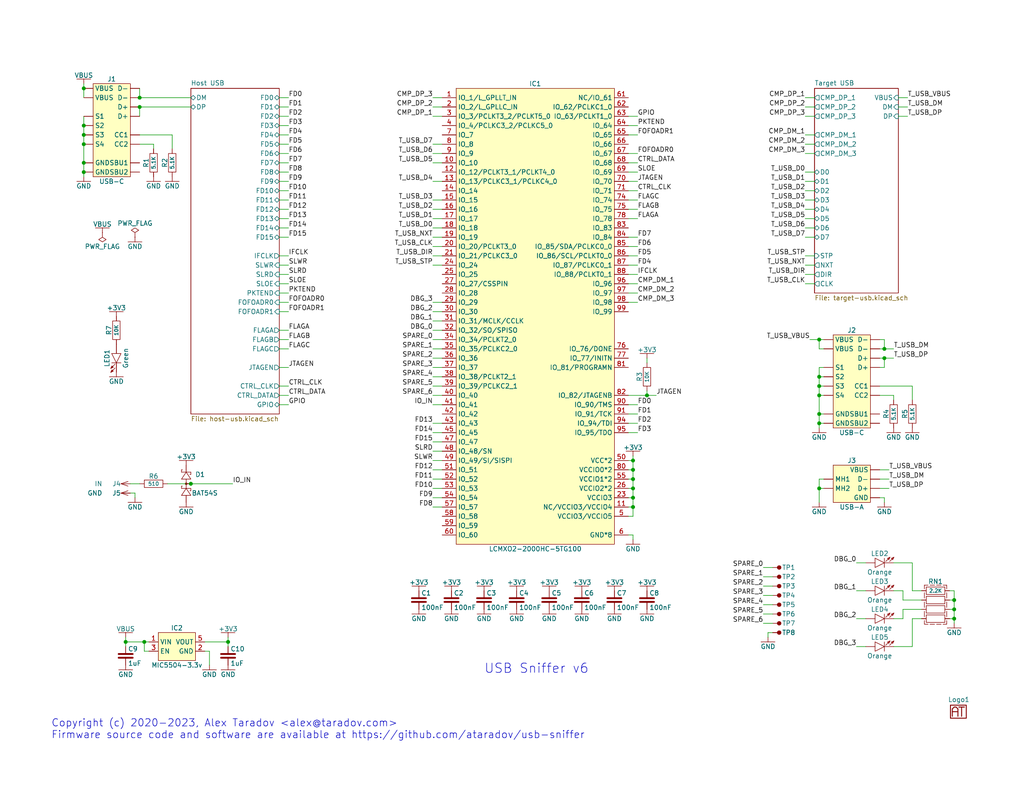
<source format=kicad_sch>
(kicad_sch (version 20230121) (generator eeschema)
  (paper "USLetter")
  (title_block (date "2023-06-16") (rev "6"))
  (junction (at 52.07 132.08))
  (junction (at 223.52 133.35))
  (junction (at 176.53 107.95))
  (junction (at 172.72 130.81))
  (junction (at 22.86 24.13))
  (junction (at 22.86 36.83))
  (junction (at 172.72 128.27))
  (junction (at 172.72 125.73))
  (junction (at 22.86 44.45))
  (junction (at 241.3 95.25))
  (junction (at 260.35 168.91))
  (junction (at 260.35 166.37))
  (junction (at 22.86 46.99))
  (junction (at 241.3 97.79))
  (junction (at 223.52 105.41))
  (junction (at 172.72 133.35))
  (junction (at 223.52 115.57))
  (junction (at 260.35 163.83))
  (junction (at 38.1 29.21))
  (junction (at 62.23 175.26))
  (junction (at 39.37 175.26))
  (junction (at 34.29 175.26))
  (junction (at 223.52 102.87))
  (junction (at 22.86 39.37))
  (junction (at 223.52 113.03))
  (junction (at 22.86 34.29))
  (junction (at 38.1 26.67))
  (junction (at 172.72 138.43))
  (junction (at 223.52 92.71))
  (junction (at 223.52 107.95))
  (junction (at 172.72 135.89))
  (wire (pts (xy 171.45 82.55) (xy 173.99 82.55)))
  (wire (pts (xy 34.29 176.53) (xy 34.29 175.26)))
  (wire (pts (xy 171.45 80.01) (xy 173.99 80.01)))
  (wire (pts (xy 171.45 36.83) (xy 173.99 36.83)))
  (wire (pts (xy 171.45 54.61) (xy 173.99 54.61)))
  (wire (pts (xy 223.52 92.71) (xy 223.52 95.25)))
  (wire (pts (xy 223.52 92.71) (xy 224.79 92.71)))
  (wire (pts (xy 172.72 125.73) (xy 172.72 128.27)))
  (wire (pts (xy 78.74 74.93) (xy 76.2 74.93)))
  (wire (pts (xy 171.45 133.35) (xy 172.72 133.35)))
  (wire (pts (xy 259.08 161.29) (xy 260.35 161.29)))
  (wire (pts (xy 248.92 176.53) (xy 248.92 168.91)))
  (wire (pts (xy 241.3 97.79) (xy 243.84 97.79)))
  (wire (pts (xy 219.71 52.07) (xy 222.25 52.07)))
  (wire (pts (xy 76.2 52.07) (xy 78.74 52.07)))
  (wire (pts (xy 22.86 34.29) (xy 22.86 36.83)))
  (wire (pts (xy 38.1 24.13) (xy 38.1 26.67)))
  (wire (pts (xy 76.2 107.95) (xy 78.74 107.95)))
  (wire (pts (xy 171.45 74.93) (xy 173.99 74.93)))
  (wire (pts (xy 118.11 102.87) (xy 120.65 102.87)))
  (wire (pts (xy 171.45 49.53) (xy 173.99 49.53)))
  (wire (pts (xy 22.86 44.45) (xy 22.86 46.99)))
  (wire (pts (xy 118.11 118.11) (xy 120.65 118.11)))
  (wire (pts (xy 118.11 54.61) (xy 120.65 54.61)))
  (wire (pts (xy 224.79 100.33) (xy 223.52 100.33)))
  (wire (pts (xy 243.84 107.95) (xy 243.84 109.22)))
  (wire (pts (xy 208.28 170.18) (xy 210.82 170.18)))
  (wire (pts (xy 219.71 39.37) (xy 222.25 39.37)))
  (wire (pts (xy 118.11 105.41) (xy 120.65 105.41)))
  (wire (pts (xy 208.28 154.94) (xy 210.82 154.94)))
  (wire (pts (xy 246.38 163.83) (xy 251.46 163.83)))
  (wire (pts (xy 219.71 46.99) (xy 222.25 46.99)))
  (wire (pts (xy 57.15 181.61) (xy 57.15 177.8)))
  (wire (pts (xy 171.45 128.27) (xy 172.72 128.27)))
  (wire (pts (xy 76.2 49.53) (xy 78.74 49.53)))
  (wire (pts (xy 240.03 97.79) (xy 241.3 97.79)))
  (wire (pts (xy 118.11 123.19) (xy 120.65 123.19)))
  (wire (pts (xy 76.2 77.47) (xy 78.74 77.47)))
  (wire (pts (xy 35.56 134.62) (xy 36.83 134.62)))
  (wire (pts (xy 172.72 133.35) (xy 172.72 135.89)))
  (wire (pts (xy 78.74 95.25) (xy 76.2 95.25)))
  (wire (pts (xy 76.2 105.41) (xy 78.74 105.41)))
  (wire (pts (xy 246.38 161.29) (xy 246.38 163.83)))
  (wire (pts (xy 246.38 166.37) (xy 251.46 166.37)))
  (wire (pts (xy 118.11 31.75) (xy 120.65 31.75)))
  (wire (pts (xy 223.52 133.35) (xy 224.79 133.35)))
  (wire (pts (xy 76.2 100.33) (xy 78.74 100.33)))
  (wire (pts (xy 219.71 57.15) (xy 222.25 57.15)))
  (wire (pts (xy 240.03 107.95) (xy 243.84 107.95)))
  (wire (pts (xy 34.29 175.26) (xy 39.37 175.26)))
  (wire (pts (xy 171.45 31.75) (xy 173.99 31.75)))
  (wire (pts (xy 171.45 113.03) (xy 173.99 113.03)))
  (wire (pts (xy 118.11 135.89) (xy 120.65 135.89)))
  (wire (pts (xy 171.45 115.57) (xy 173.99 115.57)))
  (wire (pts (xy 171.45 46.99) (xy 173.99 46.99)))
  (wire (pts (xy 118.11 107.95) (xy 120.65 107.95)))
  (wire (pts (xy 118.11 72.39) (xy 120.65 72.39)))
  (wire (pts (xy 171.45 135.89) (xy 172.72 135.89)))
  (wire (pts (xy 41.91 39.37) (xy 41.91 40.64)))
  (wire (pts (xy 171.45 107.95) (xy 176.53 107.95)))
  (wire (pts (xy 39.37 175.26) (xy 39.37 177.8)))
  (wire (pts (xy 76.2 34.29) (xy 78.74 34.29)))
  (wire (pts (xy 219.71 64.77) (xy 222.25 64.77)))
  (wire (pts (xy 219.71 69.85) (xy 222.25 69.85)))
  (wire (pts (xy 240.03 100.33) (xy 241.3 100.33)))
  (wire (pts (xy 243.84 161.29) (xy 246.38 161.29)))
  (wire (pts (xy 223.52 115.57) (xy 224.79 115.57)))
  (wire (pts (xy 209.55 173.99) (xy 209.55 172.72)))
  (wire (pts (xy 118.11 125.73) (xy 120.65 125.73)))
  (wire (pts (xy 223.52 107.95) (xy 223.52 113.03)))
  (wire (pts (xy 118.11 133.35) (xy 120.65 133.35)))
  (wire (pts (xy 245.11 29.21) (xy 247.65 29.21)))
  (wire (pts (xy 171.45 34.29) (xy 173.99 34.29)))
  (wire (pts (xy 171.45 59.69) (xy 173.99 59.69)))
  (wire (pts (xy 118.11 59.69) (xy 120.65 59.69)))
  (wire (pts (xy 209.55 172.72) (xy 210.82 172.72)))
  (wire (pts (xy 176.53 106.68) (xy 176.53 107.95)))
  (wire (pts (xy 243.84 168.91) (xy 246.38 168.91)))
  (wire (pts (xy 118.11 128.27) (xy 120.65 128.27)))
  (wire (pts (xy 224.79 130.81) (xy 223.52 130.81)))
  (wire (pts (xy 118.11 41.91) (xy 120.65 41.91)))
  (wire (pts (xy 171.45 130.81) (xy 172.72 130.81)))
  (wire (pts (xy 118.11 110.49) (xy 120.65 110.49)))
  (wire (pts (xy 240.03 105.41) (xy 248.92 105.41)))
  (wire (pts (xy 118.11 67.31) (xy 120.65 67.31)))
  (wire (pts (xy 40.64 177.8) (xy 39.37 177.8)))
  (wire (pts (xy 172.72 146.05) (xy 172.72 147.32)))
  (wire (pts (xy 219.71 62.23) (xy 222.25 62.23)))
  (wire (pts (xy 118.11 44.45) (xy 120.65 44.45)))
  (wire (pts (xy 219.71 54.61) (xy 222.25 54.61)))
  (wire (pts (xy 76.2 64.77) (xy 78.74 64.77)))
  (wire (pts (xy 118.11 39.37) (xy 120.65 39.37)))
  (wire (pts (xy 172.72 135.89) (xy 172.72 138.43)))
  (wire (pts (xy 76.2 41.91) (xy 78.74 41.91)))
  (wire (pts (xy 78.74 92.71) (xy 76.2 92.71)))
  (wire (pts (xy 118.11 87.63) (xy 120.65 87.63)))
  (wire (pts (xy 171.45 67.31) (xy 173.99 67.31)))
  (wire (pts (xy 223.52 130.81) (xy 223.52 133.35)))
  (wire (pts (xy 248.92 161.29) (xy 251.46 161.29)))
  (wire (pts (xy 76.2 36.83) (xy 78.74 36.83)))
  (wire (pts (xy 208.28 162.56) (xy 210.82 162.56)))
  (wire (pts (xy 62.23 176.53) (xy 62.23 175.26)))
  (wire (pts (xy 208.28 157.48) (xy 210.82 157.48)))
  (wire (pts (xy 248.92 153.67) (xy 248.92 161.29)))
  (wire (pts (xy 55.88 177.8) (xy 57.15 177.8)))
  (wire (pts (xy 76.2 110.49) (xy 78.74 110.49)))
  (wire (pts (xy 171.45 140.97) (xy 172.72 140.97)))
  (wire (pts (xy 78.74 90.17) (xy 76.2 90.17)))
  (wire (pts (xy 171.45 44.45) (xy 173.99 44.45)))
  (wire (pts (xy 118.11 69.85) (xy 120.65 69.85)))
  (wire (pts (xy 171.45 118.11) (xy 173.99 118.11)))
  (wire (pts (xy 118.11 62.23) (xy 120.65 62.23)))
  (wire (pts (xy 38.1 36.83) (xy 46.99 36.83)))
  (wire (pts (xy 240.03 92.71) (xy 241.3 92.71)))
  (wire (pts (xy 38.1 26.67) (xy 52.07 26.67)))
  (wire (pts (xy 118.11 64.77) (xy 120.65 64.77)))
  (wire (pts (xy 208.28 160.02) (xy 210.82 160.02)))
  (wire (pts (xy 248.92 168.91) (xy 251.46 168.91)))
  (wire (pts (xy 118.11 120.65) (xy 120.65 120.65)))
  (wire (pts (xy 246.38 168.91) (xy 246.38 166.37)))
  (wire (pts (xy 46.99 36.83) (xy 46.99 40.64)))
  (wire (pts (xy 223.52 113.03) (xy 223.52 115.57)))
  (wire (pts (xy 241.3 95.25) (xy 243.84 95.25)))
  (wire (pts (xy 118.11 115.57) (xy 120.65 115.57)))
  (wire (pts (xy 171.45 41.91) (xy 173.99 41.91)))
  (wire (pts (xy 36.83 134.62) (xy 36.83 135.89)))
  (wire (pts (xy 219.71 49.53) (xy 222.25 49.53)))
  (wire (pts (xy 171.45 77.47) (xy 173.99 77.47)))
  (wire (pts (xy 171.45 69.85) (xy 173.99 69.85)))
  (wire (pts (xy 219.71 41.91) (xy 222.25 41.91)))
  (wire (pts (xy 219.71 31.75) (xy 222.25 31.75)))
  (wire (pts (xy 76.2 85.09) (xy 78.74 85.09)))
  (wire (pts (xy 176.53 107.95) (xy 179.07 107.95)))
  (wire (pts (xy 38.1 29.21) (xy 52.07 29.21)))
  (wire (pts (xy 223.52 95.25) (xy 224.79 95.25)))
  (wire (pts (xy 219.71 36.83) (xy 222.25 36.83)))
  (wire (pts (xy 76.2 80.01) (xy 78.74 80.01)))
  (wire (pts (xy 260.35 161.29) (xy 260.35 163.83)))
  (wire (pts (xy 171.45 72.39) (xy 173.99 72.39)))
  (wire (pts (xy 118.11 97.79) (xy 120.65 97.79)))
  (wire (pts (xy 171.45 64.77) (xy 173.99 64.77)))
  (wire (pts (xy 76.2 59.69) (xy 78.74 59.69)))
  (wire (pts (xy 219.71 29.21) (xy 222.25 29.21)))
  (wire (pts (xy 240.03 135.89) (xy 241.3 135.89)))
  (wire (pts (xy 76.2 39.37) (xy 78.74 39.37)))
  (wire (pts (xy 172.72 128.27) (xy 172.72 130.81)))
  (wire (pts (xy 240.03 130.81) (xy 242.57 130.81)))
  (wire (pts (xy 223.52 102.87) (xy 224.79 102.87)))
  (wire (pts (xy 34.29 173.99) (xy 34.29 175.26)))
  (wire (pts (xy 22.86 46.99) (xy 22.86 48.26)))
  (wire (pts (xy 76.2 29.21) (xy 78.74 29.21)))
  (wire (pts (xy 259.08 163.83) (xy 260.35 163.83)))
  (wire (pts (xy 118.11 90.17) (xy 120.65 90.17)))
  (wire (pts (xy 118.11 138.43) (xy 120.65 138.43)))
  (wire (pts (xy 118.11 82.55) (xy 120.65 82.55)))
  (wire (pts (xy 220.98 92.71) (xy 223.52 92.71)))
  (wire (pts (xy 78.74 69.85) (xy 76.2 69.85)))
  (wire (pts (xy 76.2 44.45) (xy 78.74 44.45)))
  (wire (pts (xy 76.2 46.99) (xy 78.74 46.99)))
  (wire (pts (xy 233.68 168.91) (xy 236.22 168.91)))
  (wire (pts (xy 233.68 153.67) (xy 236.22 153.67)))
  (wire (pts (xy 172.72 124.46) (xy 172.72 125.73)))
  (wire (pts (xy 171.45 57.15) (xy 173.99 57.15)))
  (wire (pts (xy 219.71 59.69) (xy 222.25 59.69)))
  (wire (pts (xy 171.45 138.43) (xy 172.72 138.43)))
  (wire (pts (xy 118.11 130.81) (xy 120.65 130.81)))
  (wire (pts (xy 118.11 29.21) (xy 120.65 29.21)))
  (wire (pts (xy 223.52 115.57) (xy 223.52 116.84)))
  (wire (pts (xy 241.3 97.79) (xy 241.3 100.33)))
  (wire (pts (xy 240.03 95.25) (xy 241.3 95.25)))
  (wire (pts (xy 223.52 107.95) (xy 224.79 107.95)))
  (wire (pts (xy 22.86 24.13) (xy 22.86 26.67)))
  (wire (pts (xy 171.45 125.73) (xy 172.72 125.73)))
  (wire (pts (xy 241.3 92.71) (xy 241.3 95.25)))
  (wire (pts (xy 171.45 146.05) (xy 172.72 146.05)))
  (wire (pts (xy 260.35 168.91) (xy 259.08 168.91)))
  (wire (pts (xy 76.2 54.61) (xy 78.74 54.61)))
  (wire (pts (xy 76.2 57.15) (xy 78.74 57.15)))
  (wire (pts (xy 219.71 74.93) (xy 222.25 74.93)))
  (wire (pts (xy 223.52 102.87) (xy 223.52 105.41)))
  (wire (pts (xy 76.2 82.55) (xy 78.74 82.55)))
  (wire (pts (xy 55.88 175.26) (xy 62.23 175.26)))
  (wire (pts (xy 38.1 29.21) (xy 38.1 31.75)))
  (wire (pts (xy 118.11 49.53) (xy 120.65 49.53)))
  (wire (pts (xy 172.72 130.81) (xy 172.72 133.35)))
  (wire (pts (xy 223.52 133.35) (xy 223.52 137.16)))
  (wire (pts (xy 172.72 138.43) (xy 172.72 140.97)))
  (wire (pts (xy 118.11 100.33) (xy 120.65 100.33)))
  (wire (pts (xy 243.84 153.67) (xy 248.92 153.67)))
  (wire (pts (xy 243.84 176.53) (xy 248.92 176.53)))
  (wire (pts (xy 118.11 57.15) (xy 120.65 57.15)))
  (wire (pts (xy 171.45 52.07) (xy 173.99 52.07)))
  (wire (pts (xy 76.2 62.23) (xy 78.74 62.23)))
  (wire (pts (xy 219.71 26.67) (xy 222.25 26.67)))
  (wire (pts (xy 22.86 36.83) (xy 22.86 39.37)))
  (wire (pts (xy 118.11 92.71) (xy 120.65 92.71)))
  (wire (pts (xy 223.52 105.41) (xy 223.52 107.95)))
  (wire (pts (xy 52.07 132.08) (xy 63.5 132.08)))
  (wire (pts (xy 62.23 173.99) (xy 62.23 175.26)))
  (wire (pts (xy 219.71 77.47) (xy 222.25 77.47)))
  (wire (pts (xy 38.1 39.37) (xy 41.91 39.37)))
  (wire (pts (xy 248.92 105.41) (xy 248.92 109.22)))
  (wire (pts (xy 22.86 39.37) (xy 22.86 44.45)))
  (wire (pts (xy 118.11 26.67) (xy 120.65 26.67)))
  (wire (pts (xy 223.52 113.03) (xy 224.79 113.03)))
  (wire (pts (xy 35.56 132.08) (xy 38.1 132.08)))
  (wire (pts (xy 245.11 26.67) (xy 247.65 26.67)))
  (wire (pts (xy 118.11 95.25) (xy 120.65 95.25)))
  (wire (pts (xy 219.71 72.39) (xy 222.25 72.39)))
  (wire (pts (xy 78.74 72.39) (xy 76.2 72.39)))
  (wire (pts (xy 260.35 166.37) (xy 260.35 168.91)))
  (wire (pts (xy 260.35 168.91) (xy 260.35 170.18)))
  (wire (pts (xy 208.28 167.64) (xy 210.82 167.64)))
  (wire (pts (xy 118.11 85.09) (xy 120.65 85.09)))
  (wire (pts (xy 240.03 133.35) (xy 242.57 133.35)))
  (wire (pts (xy 259.08 166.37) (xy 260.35 166.37)))
  (wire (pts (xy 22.86 31.75) (xy 22.86 34.29)))
  (wire (pts (xy 171.45 110.49) (xy 173.99 110.49)))
  (wire (pts (xy 76.2 31.75) (xy 78.74 31.75)))
  (wire (pts (xy 45.72 132.08) (xy 52.07 132.08)))
  (wire (pts (xy 260.35 163.83) (xy 260.35 166.37)))
  (wire (pts (xy 223.52 100.33) (xy 223.52 102.87)))
  (wire (pts (xy 176.53 97.79) (xy 176.53 99.06)))
  (wire (pts (xy 240.03 128.27) (xy 242.57 128.27)))
  (wire (pts (xy 233.68 176.53) (xy 236.22 176.53)))
  (wire (pts (xy 76.2 26.67) (xy 78.74 26.67)))
  (wire (pts (xy 22.86 22.86) (xy 22.86 24.13)))
  (wire (pts (xy 233.68 161.29) (xy 236.22 161.29)))
  (wire (pts (xy 241.3 137.16) (xy 241.3 135.89)))
  (wire (pts (xy 223.52 105.41) (xy 224.79 105.41)))
  (wire (pts (xy 245.11 31.75) (xy 247.65 31.75)))
  (wire (pts (xy 39.37 175.26) (xy 40.64 175.26)))
  (wire (pts (xy 208.28 165.1) (xy 210.82 165.1)))
  (text "Copyright (c) 2020-2023, Alex Taradov <alex@taradov.com>\nFirmware source code and software are available at https://github.com/ataradov/usb-sniffer" (at 13.97 201.93 0) (effects (font (size 2 2)) (justify left bottom)))
  (text "USB Sniffer v6" (at 132.08 184.15 0) (effects (font (size 2.54 2.54)) (justify left bottom)))
  (label "FLAGC" (at 173.99 54.61 0))
  (label "SLRD" (at 78.74 74.93 0))
  (label "FD14" (at 118.11 118.11 180))
  (label "FD10" (at 78.74 52.07 0))
  (label "T_USB_VBUS" (at 220.98 92.71 180))
  (label "T_USB_CLK" (at 118.11 67.31 180))
  (label "CMP_DM_1" (at 173.99 77.47 0))
  (label "T_USB_D3" (at 118.11 54.61 180))
  (label "T_USB_STP" (at 118.11 72.39 180))
  (label "FD15" (at 78.74 64.77 0))
  (label "IO_IN" (at 118.11 110.49 180))
  (label "FD12" (at 78.74 57.15 0))
  (label "T_USB_D6" (at 219.71 62.23 180))
  (label "FD6" (at 78.74 41.91 0))
  (label "JTAGEN" (at 173.99 49.53 0))
  (label "IO_IN" (at 63.5 132.08 0))
  (label "CMP_DM_3" (at 173.99 82.55 0))
  (label "FD10" (at 118.11 133.35 180))
  (label "T_USB_D7" (at 118.11 39.37 180))
  (label "FD0" (at 78.74 26.67 0))
  (label "FD11" (at 118.11 130.81 180))
  (label "FD1" (at 173.99 113.03 0))
  (label "T_USB_CLK" (at 219.71 77.47 180))
  (label "DBG_1" (at 233.68 161.29 180))
  (label "FD2" (at 78.74 31.75 0))
  (label "SLWR" (at 78.74 72.39 0))
  (label "IFCLK" (at 173.99 74.93 0))
  (label "FLAGC" (at 78.74 95.25 0))
  (label "IFCLK" (at 78.74 69.85 0))
  (label "SPARE_2" (at 208.28 160.02 180))
  (label "T_USB_D2" (at 219.71 52.07 180))
  (label "CMP_DP_3" (at 219.71 31.75 180))
  (label "CMP_DP_3" (at 118.11 26.67 180))
  (label "FD7" (at 173.99 64.77 0))
  (label "T_USB_D3" (at 219.71 54.61 180))
  (label "FD3" (at 173.99 118.11 0))
  (label "FD9" (at 78.74 49.53 0))
  (label "CMP_DM_1" (at 219.71 36.83 180))
  (label "T_USB_D0" (at 219.71 46.99 180))
  (label "FD6" (at 173.99 67.31 0))
  (label "CMP_DM_2" (at 219.71 39.37 180))
  (label "T_USB_D7" (at 219.71 64.77 180))
  (label "SPARE_4" (at 118.11 102.87 180))
  (label "T_USB_NXT" (at 219.71 72.39 180))
  (label "T_USB_D4" (at 118.11 49.53 180))
  (label "T_USB_DP" (at 247.65 31.75 0))
  (label "T_USB_DIR" (at 118.11 69.85 180))
  (label "FOFOADR1" (at 173.99 36.83 0))
  (label "T_USB_DP" (at 243.84 97.79 0))
  (label "SPARE_5" (at 118.11 105.41 180))
  (label "T_USB_D1" (at 219.71 49.53 180))
  (label "T_USB_D1" (at 118.11 59.69 180))
  (label "FD3" (at 78.74 34.29 0))
  (label "T_USB_DP" (at 242.57 133.35 0))
  (label "FD11" (at 78.74 54.61 0))
  (label "DBG_3" (at 118.11 82.55 180))
  (label "FD2" (at 173.99 115.57 0))
  (label "FD15" (at 118.11 120.65 180))
  (label "FD12" (at 118.11 128.27 180))
  (label "SLWR" (at 118.11 125.73 180))
  (label "T_USB_D4" (at 219.71 57.15 180))
  (label "FD13" (at 78.74 59.69 0))
  (label "T_USB_DM" (at 243.84 95.25 0))
  (label "FD8" (at 118.11 138.43 180))
  (label "JTAGEN" (at 78.74 100.33 0))
  (label "SPARE_5" (at 208.28 167.64 180))
  (label "SPARE_1" (at 208.28 157.48 180))
  (label "FD13" (at 118.11 115.57 180))
  (label "SPARE_2" (at 118.11 97.79 180))
  (label "FD9" (at 118.11 135.89 180))
  (label "SPARE_1" (at 118.11 95.25 180))
  (label "T_USB_VBUS" (at 242.57 128.27 0))
  (label "FLAGB" (at 173.99 57.15 0))
  (label "FLAGB" (at 78.74 92.71 0))
  (label "PKTEND" (at 78.74 80.01 0))
  (label "FD5" (at 78.74 39.37 0))
  (label "GPIO" (at 78.74 110.49 0))
  (label "FLAGA" (at 78.74 90.17 0))
  (label "CMP_DP_1" (at 118.11 31.75 180))
  (label "FOFOADR1" (at 78.74 85.09 0))
  (label "FD14" (at 78.74 62.23 0))
  (label "DBG_2" (at 233.68 168.91 180))
  (label "GPIO" (at 173.99 31.75 0))
  (label "DBG_3" (at 233.68 176.53 180))
  (label "CMP_DP_2" (at 219.71 29.21 180))
  (label "CMP_DM_2" (at 173.99 80.01 0))
  (label "FD5" (at 173.99 69.85 0))
  (label "FD4" (at 78.74 36.83 0))
  (label "FOFOADR0" (at 173.99 41.91 0))
  (label "T_USB_D5" (at 118.11 44.45 180))
  (label "DBG_0" (at 233.68 153.67 180))
  (label "SPARE_0" (at 208.28 154.94 180))
  (label "FOFOADR0" (at 78.74 82.55 0))
  (label "T_USB_DIR" (at 219.71 74.93 180))
  (label "T_USB_DM" (at 247.65 29.21 0))
  (label "SPARE_6" (at 118.11 107.95 180))
  (label "PKTEND" (at 173.99 34.29 0))
  (label "CMP_DP_2" (at 118.11 29.21 180))
  (label "SPARE_6" (at 208.28 170.18 180))
  (label "T_USB_D2" (at 118.11 57.15 180))
  (label "T_USB_NXT" (at 118.11 64.77 180))
  (label "SLOE" (at 173.99 46.99 0))
  (label "SPARE_3" (at 118.11 100.33 180))
  (label "CTRL_CLK" (at 173.99 52.07 0))
  (label "CTRL_CLK" (at 78.74 105.41 0))
  (label "T_USB_D6" (at 118.11 41.91 180))
  (label "FLAGA" (at 173.99 59.69 0))
  (label "FD1" (at 78.74 29.21 0))
  (label "T_USB_DM" (at 242.57 130.81 0))
  (label "T_USB_VBUS" (at 247.65 26.67 0))
  (label "SLRD" (at 118.11 123.19 180))
  (label "FD7" (at 78.74 44.45 0))
  (label "CTRL_DATA" (at 173.99 44.45 0))
  (label "SLOE" (at 78.74 77.47 0))
  (label "T_USB_D0" (at 118.11 62.23 180))
  (label "T_USB_D5" (at 219.71 59.69 180))
  (label "JTAGEN" (at 179.07 107.95 0))
  (label "CTRL_DATA" (at 78.74 107.95 0))
  (label "FD8" (at 78.74 46.99 0))
  (label "CMP_DM_3" (at 219.71 41.91 180))
  (label "DBG_0" (at 118.11 90.17 180))
  (label "CMP_DP_1" (at 219.71 26.67 180))
  (label "DBG_1" (at 118.11 87.63 180))
  (label "FD4" (at 173.99 72.39 0))
  (label "FD0" (at 173.99 110.49 0))
  (label "SPARE_0" (at 118.11 92.71 180))
  (label "T_USB_STP" (at 219.71 69.85 180))
  (label "DBG_2" (at 118.11 85.09 180))
  (label "SPARE_3" (at 208.28 162.56 180))
  (label "SPARE_4" (at 208.28 165.1 180))
  (symbol (lib_id "ataradov_rlc:C") (at 62.23 179.07 0) (unit 1)
    (property "Reference" "C10" (at 62.865 177.165 0) (effects (justify left)))
    (property "Value" "1uF" (at 62.865 181.102 0) (effects (justify left)))
    (property "Footprint" "ataradov_smd:0603" (effects hide))
  )
  (symbol (lib_id "ataradov_pwr:GND") (at 31.75 101.6 0) (unit 1)
    (property "Reference" "#PWR020" (effects hide))
    (property "Value" "GND" (at 31.75 104.14 0))
  )
  (symbol (lib_id "ataradov_pwr:+3V3") (at 167.64 161.29 0) (unit 1)
    (property "Reference" "#PWR028" (effects hide))
    (property "Value" "+3V3" (at 167.64 159.004 0))
  )
  (symbol (lib_id "ataradov_rlc:C") (at 123.19 163.83 0) (unit 1)
    (property "Reference" "C2" (at 123.825 161.925 0) (effects (justify left)))
    (property "Value" "100nF" (at 123.825 165.862 0) (effects (justify left)))
    (property "Footprint" "ataradov_smd:0603" (effects hide))
  )
  (symbol (lib_id "ataradov_pwr:GND") (at 223.52 116.84 0) (unit 1)
    (property "Reference" "#PWR08" (effects hide))
    (property "Value" "GND" (at 223.52 119.38 0))
  )
  (symbol (lib_id "ataradov_vreg:MIC5504") (at 48.26 175.26 0) (unit 1)
    (property "Reference" "IC2" (at 48.26 171.45 0))
    (property "Value" "MIC5504-3.3v" (at 48.26 181.61 0))
    (property "Footprint" "ataradov_ic:SOT-23-5" (effects hide))
  )
  (symbol (lib_id "ataradov_misc:TestPoint") (at 210.82 167.64 0) (unit 1)
    (property "Reference" "TP6" (at 213.36 167.64 0) (effects (justify left)))
    (property "Value" " " (at 218.44 167.64 0) (effects (justify left)))
    (property "Footprint" "ataradov_misc:TestPoint-1.27mm-Small" (effects hide))
  )
  (symbol (lib_id "ataradov_pwr:GND") (at 62.23 181.61 0) (unit 1)
    (property "Reference" "#PWR044" (effects hide))
    (property "Value" "GND" (at 62.23 184.15 0))
  )
  (symbol (lib_id "ataradov_pwr:GND") (at 46.99 48.26 0) (unit 1)
    (property "Reference" "#PWR04" (effects hide))
    (property "Value" "GND" (at 46.99 50.8 0))
  )
  (symbol (lib_id "ataradov_rlc:C") (at 140.97 163.83 0) (unit 1)
    (property "Reference" "C4" (at 141.605 161.925 0) (effects (justify left)))
    (property "Value" "100nF" (at 141.605 165.862 0) (effects (justify left)))
    (property "Footprint" "ataradov_smd:0603" (effects hide))
  )
  (symbol (lib_id "ataradov_pwr:GND") (at 114.3 166.37 0) (unit 1)
    (property "Reference" "#PWR030" (effects hide))
    (property "Value" "GND" (at 114.3 168.91 0))
  )
  (symbol (lib_id "ataradov_misc:TestPoint") (at 210.82 162.56 0) (unit 1)
    (property "Reference" "TP4" (at 213.36 162.56 0) (effects (justify left)))
    (property "Value" " " (at 218.44 162.56 0) (effects (justify left)))
    (property "Footprint" "ataradov_misc:TestPoint-1.27mm-Small" (effects hide))
  )
  (symbol (lib_id "ataradov_pwr:GND") (at 223.52 137.16 0) (unit 1)
    (property "Reference" "#PWR015" (effects hide))
    (property "Value" "GND" (at 223.52 139.7 0))
  )
  (symbol (lib_id "ataradov_rlc:R") (at 41.91 132.08 0) (unit 1)
    (property "Reference" "R6" (at 41.91 130.048 0))
    (property "Value" "510" (at 41.91 132.08 0) (effects (font (size 1.016 1.016))))
    (property "Footprint" "ataradov_smd:0603" (effects hide))
  )
  (symbol (lib_id "ataradov_pwr:GND") (at 132.08 166.37 0) (unit 1)
    (property "Reference" "#PWR032" (effects hide))
    (property "Value" "GND" (at 132.08 168.91 0))
  )
  (symbol (lib_id "ataradov_pwr:+3V3") (at 176.53 161.29 0) (unit 1)
    (property "Reference" "#PWR029" (effects hide))
    (property "Value" "+3V3" (at 176.53 159.004 0))
  )
  (symbol (lib_id "ataradov_misc:TestPoint") (at 210.82 172.72 0) (unit 1)
    (property "Reference" "TP8" (at 213.36 172.72 0) (effects (justify left)))
    (property "Value" " " (at 218.44 172.72 0) (effects (justify left)))
    (property "Footprint" "ataradov_misc:TestPoint-1.27mm-Small" (effects hide))
  )
  (symbol (lib_id "ataradov_pwr:GND") (at 36.83 135.89 0) (unit 1)
    (property "Reference" "#PWR017" (effects hide))
    (property "Value" "GND" (at 36.83 138.43 0))
  )
  (symbol (lib_id "ataradov_pld:LCMXO2-100") (at 146.05 85.09 0) (unit 1)
    (property "Reference" "IC1" (at 146.05 22.86 0))
    (property "Value" "LCMXO2-2000HC-5TG100" (at 146.05 149.86 0))
    (property "Footprint" "ataradov_ic:TQFP-100-0.5mm" (effects hide))
  )
  (symbol (lib_id "ataradov_pwr:+3V3") (at 123.19 161.29 0) (unit 1)
    (property "Reference" "#PWR023" (effects hide))
    (property "Value" "+3V3" (at 123.19 159.004 0))
  )
  (symbol (lib_id "ataradov_misc:TestPoint") (at 210.82 170.18 0) (unit 1)
    (property "Reference" "TP7" (at 213.36 170.18 0) (effects (justify left)))
    (property "Value" " " (at 218.44 170.18 0) (effects (justify left)))
    (property "Footprint" "ataradov_misc:TestPoint-1.27mm-Small" (effects hide))
  )
  (symbol (lib_id "ataradov_pwr:+3V3") (at 140.97 161.29 0) (unit 1)
    (property "Reference" "#PWR025" (effects hide))
    (property "Value" "+3V3" (at 140.97 159.004 0))
  )
  (symbol (lib_id "ataradov_pwr:GND") (at 248.92 116.84 0) (unit 1)
    (property "Reference" "#PWR010" (effects hide))
    (property "Value" "GND" (at 248.92 119.38 0))
  )
  (symbol (lib_id "ataradov_conn:USB-A") (at 232.41 130.81 0) (unit 1)
    (property "Reference" "J3" (at 232.41 125.73 0))
    (property "Value" "USB-A" (at 232.41 138.43 0))
    (property "Footprint" "ataradov_conn:USB-A-Slots" (effects hide))
  )
  (symbol (lib_id "ataradov_led:LED") (at 240.03 153.67 0) (unit 1)
    (property "Reference" "LED2" (at 240.03 151.13 0))
    (property "Value" "Orange" (at 240.03 156.21 0))
    (property "Footprint" "ataradov_smd:0603" (effects hide))
  )
  (symbol (lib_id "ataradov_pwr:GND") (at 41.91 48.26 0) (unit 1)
    (property "Reference" "#PWR03" (effects hide))
    (property "Value" "GND" (at 41.91 50.8 0))
  )
  (symbol (lib_id "ataradov_pwr:GND") (at 50.8 137.16 0) (unit 1)
    (property "Reference" "#PWR014" (effects hide))
    (property "Value" "GND" (at 50.8 139.7 0))
  )
  (symbol (lib_name "PWR_FLAG_1") (lib_id "power:PWR_FLAG") (at 27.94 63.5 180) (unit 1)
    (property "Reference" "#FLG01" (effects hide))
    (property "Value" "PWR_FLAG" (at 27.94 67.31 0))
  )
  (symbol (lib_id "ataradov_rlc:C") (at 114.3 163.83 0) (unit 1)
    (property "Reference" "C1" (at 114.935 161.925 0) (effects (justify left)))
    (property "Value" "100nF" (at 114.935 165.862 0) (effects (justify left)))
    (property "Footprint" "ataradov_smd:0603" (effects hide))
  )
  (symbol (lib_id "ataradov_pwr:+3V3") (at 62.23 173.99 0) (unit 1)
    (property "Reference" "#PWR040" (effects hide))
    (property "Value" "+3V3" (at 62.23 171.704 0))
  )
  (symbol (lib_id "ataradov_led:LED") (at 31.75 97.79 90) (mirror x) (unit 1)
    (property "Reference" "LED1" (at 29.21 97.79 0))
    (property "Value" "Green" (at 34.29 97.79 0))
    (property "Footprint" "ataradov_smd:0603" (effects hide))
  )
  (symbol (lib_id "ataradov_pwr:GND") (at 260.35 170.18 0) (unit 1)
    (property "Reference" "#PWR038" (effects hide))
    (property "Value" "GND" (at 260.35 172.72 0))
  )
  (symbol (lib_id "ataradov_rlc:R") (at 243.84 113.03 90) (unit 1)
    (property "Reference" "R4" (at 241.808 113.03 0))
    (property "Value" "5.1K" (at 243.84 113.03 0) (effects (font (size 1.016 1.016))))
    (property "Footprint" "ataradov_smd:0603" (effects hide))
  )
  (symbol (lib_id "ataradov_conn:Conn-Single") (at 35.56 134.62 180) (unit 1)
    (property "Reference" "J5" (at 33.02 134.62 0) (effects (justify left)))
    (property "Value" "GND" (at 27.94 134.62 0) (effects (justify left)))
    (property "Footprint" "ataradov_conn:Pin-2.54mm" (effects hide))
  )
  (symbol (lib_id "ataradov_rlc:RN-4") (at 255.27 163.83 0) (unit 1)
    (property "Reference" "RN1" (at 255.27 158.75 0))
    (property "Value" "2.2K" (at 255.27 161.29 0) (effects (font (size 1.016 1.016))))
    (property "Footprint" "ataradov_smd:0603x4" (effects hide))
  )
  (symbol (lib_id "ataradov_pwr:GND") (at 34.29 181.61 0) (unit 1)
    (property "Reference" "#PWR042" (effects hide))
    (property "Value" "GND" (at 34.29 184.15 0))
  )
  (symbol (lib_id "ataradov_conn:USB-C") (at 232.41 102.87 0) (unit 1)
    (property "Reference" "J2" (at 232.41 90.17 0))
    (property "Value" "USB-C" (at 232.41 118.11 0))
    (property "Footprint" "ataradov_conn:USB-C" (effects hide))
  )
  (symbol (lib_id "ataradov_misc:TestPoint") (at 210.82 154.94 0) (unit 1)
    (property "Reference" "TP1" (at 213.36 154.94 0) (effects (justify left)))
    (property "Value" " " (at 218.44 154.94 0) (effects (justify left)))
    (property "Footprint" "ataradov_misc:TestPoint-1.27mm-Small" (effects hide))
  )
  (symbol (lib_id "ataradov_pwr:VBUS") (at 27.94 63.5 0) (unit 1)
    (property "Reference" "#PWR05" (effects hide))
    (property "Value" "VBUS" (at 27.94 61.214 0))
  )
  (symbol (lib_id "ataradov_pwr:+3V3") (at 176.53 97.79 0) (unit 1)
    (property "Reference" "#PWR07" (effects hide))
    (property "Value" "+3V3" (at 176.53 95.504 0))
  )
  (symbol (lib_id "ataradov_rlc:C") (at 176.53 163.83 0) (unit 1)
    (property "Reference" "C8" (at 177.165 161.925 0) (effects (justify left)))
    (property "Value" "100nF" (at 177.165 165.862 0) (effects (justify left)))
    (property "Footprint" "ataradov_smd:0603" (effects hide))
  )
  (symbol (lib_id "ataradov_pwr:GND") (at 243.84 116.84 0) (unit 1)
    (property "Reference" "#PWR09" (effects hide))
    (property "Value" "GND" (at 243.84 119.38 0))
  )
  (symbol (lib_id "ataradov_misc:TestPoint") (at 210.82 165.1 0) (unit 1)
    (property "Reference" "TP5" (at 213.36 165.1 0) (effects (justify left)))
    (property "Value" " " (at 218.44 165.1 0) (effects (justify left)))
    (property "Footprint" "ataradov_misc:TestPoint-1.27mm-Small" (effects hide))
  )
  (symbol (lib_id "ataradov_led:LED") (at 240.03 176.53 0) (unit 1)
    (property "Reference" "LED5" (at 240.03 173.99 0))
    (property "Value" "Orange" (at 240.03 179.07 0))
    (property "Footprint" "ataradov_smd:0603" (effects hide))
  )
  (symbol (lib_id "ataradov_conn:Conn-Single") (at 35.56 132.08 180) (unit 1)
    (property "Reference" "J4" (at 33.02 132.08 0) (effects (justify left)))
    (property "Value" "IN" (at 27.94 132.08 0) (effects (justify left)))
    (property "Footprint" "ataradov_conn:Pin-2.54mm" (effects hide))
  )
  (symbol (lib_id "ataradov_rlc:C") (at 132.08 163.83 0) (unit 1)
    (property "Reference" "C3" (at 132.715 161.925 0) (effects (justify left)))
    (property "Value" "100nF" (at 132.715 165.862 0) (effects (justify left)))
    (property "Footprint" "ataradov_smd:0603" (effects hide))
  )
  (symbol (lib_id "ataradov_rlc:R") (at 248.92 113.03 90) (unit 1)
    (property "Reference" "R5" (at 246.888 113.03 0))
    (property "Value" "5.1K" (at 248.92 113.03 0) (effects (font (size 1.016 1.016))))
    (property "Footprint" "ataradov_smd:0603" (effects hide))
  )
  (symbol (lib_id "ataradov_pwr:+3V3") (at 50.8 127 0) (unit 1)
    (property "Reference" "#PWR012" (effects hide))
    (property "Value" "+3V3" (at 50.8 124.714 0))
  )
  (symbol (lib_id "ataradov_misc:TestPoint") (at 210.82 160.02 0) (unit 1)
    (property "Reference" "TP3" (at 213.36 160.02 0) (effects (justify left)))
    (property "Value" " " (at 218.44 160.02 0) (effects (justify left)))
    (property "Footprint" "ataradov_misc:TestPoint-1.27mm-Small" (effects hide))
  )
  (symbol (lib_id "ataradov_rlc:R") (at 41.91 44.45 90) (unit 1)
    (property "Reference" "R1" (at 39.878 44.45 0))
    (property "Value" "5.1K" (at 41.91 44.45 0) (effects (font (size 1.016 1.016))))
    (property "Footprint" "ataradov_smd:0603" (effects hide))
  )
  (symbol (lib_id "ataradov_led:LED") (at 240.03 161.29 0) (unit 1)
    (property "Reference" "LED3" (at 240.03 158.75 0))
    (property "Value" "Orange" (at 240.03 163.83 0))
    (property "Footprint" "ataradov_smd:0603" (effects hide))
  )
  (symbol (lib_id "ataradov_led:LED") (at 240.03 168.91 0) (unit 1)
    (property "Reference" "LED4" (at 240.03 166.37 0))
    (property "Value" "Orange" (at 240.03 171.45 0))
    (property "Footprint" "ataradov_smd:0603" (effects hide))
  )
  (symbol (lib_id "ataradov_pwr:+3V3") (at 158.75 161.29 0) (unit 1)
    (property "Reference" "#PWR027" (effects hide))
    (property "Value" "+3V3" (at 158.75 159.004 0))
  )
  (symbol (lib_id "ataradov_pwr:GND") (at 172.72 147.32 0) (unit 1)
    (property "Reference" "#PWR019" (effects hide))
    (property "Value" "GND" (at 172.72 149.86 0))
  )
  (symbol (lib_id "ataradov_conn:USB-C") (at 30.48 34.29 0) (unit 1)
    (property "Reference" "J1" (at 30.48 21.59 0))
    (property "Value" "USB-C" (at 30.48 49.53 0))
    (property "Footprint" "ataradov_conn:USB-C" (effects hide))
  )
  (symbol (lib_id "ataradov_pwr:GND") (at 36.83 64.77 0) (unit 1)
    (property "Reference" "#PWR06" (effects hide))
    (property "Value" "GND" (at 36.83 67.31 0))
  )
  (symbol (lib_id "ataradov_pwr:GND") (at 241.3 137.16 0) (unit 1)
    (property "Reference" "#PWR016" (effects hide))
    (property "Value" "GND" (at 241.3 139.7 0))
  )
  (symbol (lib_id "ataradov_rlc:C") (at 158.75 163.83 0) (unit 1)
    (property "Reference" "C6" (at 159.385 161.925 0) (effects (justify left)))
    (property "Value" "100nF" (at 159.385 165.862 0) (effects (justify left)))
    (property "Footprint" "ataradov_smd:0603" (effects hide))
  )
  (symbol (lib_id "ataradov_semi:BAT54S") (at 50.8 132.08 90) (unit 1)
    (property "Reference" "D1" (at 54.61 129.54 90))
    (property "Value" "BAT54S" (at 55.88 134.62 90))
    (property "Footprint" "ataradov_ic:SOT-23" (effects hide))
  )
  (symbol (lib_id "ataradov_pwr:GND") (at 158.75 166.37 0) (unit 1)
    (property "Reference" "#PWR035" (effects hide))
    (property "Value" "GND" (at 158.75 168.91 0))
  )
  (symbol (lib_id "ataradov_pwr:GND") (at 140.97 166.37 0) (unit 1)
    (property "Reference" "#PWR033" (effects hide))
    (property "Value" "GND" (at 140.97 168.91 0))
  )
  (symbol (lib_id "ataradov_pwr:+3V3") (at 172.72 124.46 0) (unit 1)
    (property "Reference" "#PWR011" (effects hide))
    (property "Value" "+3V3" (at 172.72 122.174 0))
  )
  (symbol (lib_id "ataradov_pwr:+3V3") (at 31.75 86.36 0) (unit 1)
    (property "Reference" "#PWR013" (effects hide))
    (property "Value" "+3V3" (at 31.75 84.074 0))
  )
  (symbol (lib_id "ataradov_pwr:+3V3") (at 149.86 161.29 0) (unit 1)
    (property "Reference" "#PWR026" (effects hide))
    (property "Value" "+3V3" (at 149.86 159.004 0))
  )
  (symbol (lib_id "ataradov_pwr:+3V3") (at 114.3 161.29 0) (unit 1)
    (property "Reference" "#PWR022" (effects hide))
    (property "Value" "+3V3" (at 114.3 159.004 0))
  )
  (symbol (lib_id "ataradov_rlc:R") (at 46.99 44.45 90) (unit 1)
    (property "Reference" "R2" (at 44.958 44.45 0))
    (property "Value" "5.1K" (at 46.99 44.45 0) (effects (font (size 1.016 1.016))))
    (property "Footprint" "ataradov_smd:0603" (effects hide))
  )
  (symbol (lib_id "ataradov_rlc:R") (at 31.75 90.17 90) (unit 1)
    (property "Reference" "R7" (at 29.718 90.17 0))
    (property "Value" "10K" (at 31.75 90.17 0) (effects (font (size 1.016 1.016))))
    (property "Footprint" "ataradov_smd:0603" (effects hide))
  )
  (symbol (lib_id "ataradov_misc:Logo") (at 261.62 194.31 0) (unit 1)
    (property "Reference" "Logo1" (at 261.62 191.008 0))
    (property "Value" "Logo" (effects hide))
    (property "Footprint" "ataradov_misc:Logo-Small" (effects hide))
  )
  (symbol (lib_id "ataradov_pwr:GND") (at 57.15 181.61 0) (unit 1)
    (property "Reference" "#PWR043" (effects hide))
    (property "Value" "GND" (at 57.15 184.15 0))
  )
  (symbol (lib_id "ataradov_misc:TestPoint") (at 210.82 157.48 0) (unit 1)
    (property "Reference" "TP2" (at 213.36 157.48 0) (effects (justify left)))
    (property "Value" " " (at 218.44 157.48 0) (effects (justify left)))
    (property "Footprint" "ataradov_misc:TestPoint-1.27mm-Small" (effects hide))
  )
  (symbol (lib_id "ataradov_pwr:GND") (at 123.19 166.37 0) (unit 1)
    (property "Reference" "#PWR031" (effects hide))
    (property "Value" "GND" (at 123.19 168.91 0))
  )
  (symbol (lib_id "ataradov_pwr:GND") (at 22.86 48.26 0) (unit 1)
    (property "Reference" "#PWR02" (effects hide))
    (property "Value" "GND" (at 22.86 50.8 0))
  )
  (symbol (lib_id "ataradov_rlc:C") (at 167.64 163.83 0) (unit 1)
    (property "Reference" "C7" (at 168.275 161.925 0) (effects (justify left)))
    (property "Value" "100nF" (at 168.275 165.862 0) (effects (justify left)))
    (property "Footprint" "ataradov_smd:0603" (effects hide))
  )
  (symbol (lib_id "ataradov_rlc:C") (at 34.29 179.07 0) (unit 1)
    (property "Reference" "C9" (at 34.925 177.165 0) (effects (justify left)))
    (property "Value" "1uF" (at 34.925 181.102 0) (effects (justify left)))
    (property "Footprint" "ataradov_smd:0603" (effects hide))
  )
  (symbol (lib_id "ataradov_pwr:GND") (at 176.53 166.37 0) (unit 1)
    (property "Reference" "#PWR037" (effects hide))
    (property "Value" "GND" (at 176.53 168.91 0))
  )
  (symbol (lib_id "ataradov_pwr:GND") (at 167.64 166.37 0) (unit 1)
    (property "Reference" "#PWR036" (effects hide))
    (property "Value" "GND" (at 167.64 168.91 0))
  )
  (symbol (lib_id "ataradov_pwr:VBUS") (at 22.86 22.86 0) (unit 1)
    (property "Reference" "#PWR01" (effects hide))
    (property "Value" "VBUS" (at 22.86 20.574 0))
  )
  (symbol (lib_id "ataradov_pwr:GND") (at 149.86 166.37 0) (unit 1)
    (property "Reference" "#PWR034" (effects hide))
    (property "Value" "GND" (at 149.86 168.91 0))
  )
  (symbol (lib_id "ataradov_pwr:+3V3") (at 132.08 161.29 0) (unit 1)
    (property "Reference" "#PWR024" (effects hide))
    (property "Value" "+3V3" (at 132.08 159.004 0))
  )
  (symbol (lib_id "ataradov_rlc:R") (at 176.53 102.87 90) (unit 1)
    (property "Reference" "R3" (at 174.498 102.87 0))
    (property "Value" "10K" (at 176.53 102.87 0) (effects (font (size 1.016 1.016))))
    (property "Footprint" "ataradov_smd:0603" (effects hide))
  )
  (symbol (lib_id "power:PWR_FLAG") (at 36.83 64.77 0) (unit 1)
    (property "Reference" "#FLG02" (effects hide))
    (property "Value" "PWR_FLAG" (at 36.83 60.96 0))
  )
  (symbol (lib_id "ataradov_rlc:C") (at 149.86 163.83 0) (unit 1)
    (property "Reference" "C5" (at 150.495 161.925 0) (effects (justify left)))
    (property "Value" "100nF" (at 150.495 165.862 0) (effects (justify left)))
    (property "Footprint" "ataradov_smd:0603" (effects hide))
  )
  (symbol (lib_id "ataradov_pwr:GND") (at 209.55 173.99 0) (unit 1)
    (property "Reference" "#PWR041" (effects hide))
    (property "Value" "GND" (at 209.55 176.53 0))
  )
  (symbol (lib_id "ataradov_pwr:VBUS") (at 34.29 173.99 0) (unit 1)
    (property "Reference" "#PWR039" (effects hide))
    (property "Value" "VBUS" (at 34.29 171.704 0))
  )
  (sheet (at 222.25 24.13) (size 22.86 55.88)
    (property "Sheetname" "Target USB" (at 222.25 23.4184 0) (effects (justify left bottom)))
    (property "Sheetfile" "target-usb.kicad_sch" (at 222.25 80.5946 0) (effects (justify left top)))
    (pin "DM" input (at 245.11 29.21 0))
    (pin "DP" input (at 245.11 31.75 0))
    (pin "VBUS" input (at 245.11 26.67 0))
    (pin "CMP_DP_3" output (at 222.25 31.75 180))
    (pin "CMP_DP_2" output (at 222.25 29.21 180))
    (pin "CMP_DM_2" output (at 222.25 39.37 180))
    (pin "CMP_DM_1" output (at 222.25 36.83 180))
    (pin "CMP_DP_1" output (at 222.25 26.67 180))
    (pin "CMP_DM_3" output (at 222.25 41.91 180))
    (pin "D0" bidirectional (at 222.25 46.99 180))
    (pin "D5" bidirectional (at 222.25 59.69 180))
    (pin "D4" bidirectional (at 222.25 57.15 180))
    (pin "D7" bidirectional (at 222.25 64.77 180))
    (pin "D6" bidirectional (at 222.25 62.23 180))
    (pin "STP" input (at 222.25 69.85 180))
    (pin "NXT" output (at 222.25 72.39 180))
    (pin "DIR" output (at 222.25 74.93 180))
    (pin "D1" bidirectional (at 222.25 49.53 180))
    (pin "D2" bidirectional (at 222.25 52.07 180))
    (pin "D3" bidirectional (at 222.25 54.61 180))
    (pin "CLK" output (at 222.25 77.47 180))
  )
  (sheet (at 52.07 24.13) (size 24.13 88.9)
    (property "Sheetname" "Host USB" (at 52.07 23.4184 0) (effects (justify left bottom)))
    (property "Sheetfile" "host-usb.kicad_sch" (at 52.07 113.6146 0) (effects (justify left top)))
    (pin "SLRD" input (at 76.2 74.93 0))
    (pin "SLWR" input (at 76.2 72.39 0))
    (pin "GPIO" bidirectional (at 76.2 110.49 0))
    (pin "DP" bidirectional (at 52.07 29.21 180))
    (pin "DM" bidirectional (at 52.07 26.67 180))
    (pin "FD15" bidirectional (at 76.2 64.77 0))
    (pin "FD11" bidirectional (at 76.2 54.61 0))
    (pin "FD14" bidirectional (at 76.2 62.23 0))
    (pin "JTAGEN" output (at 76.2 100.33 0))
    (pin "FD13" bidirectional (at 76.2 59.69 0))
    (pin "FD10" bidirectional (at 76.2 52.07 0))
    (pin "FD12" bidirectional (at 76.2 57.15 0))
    (pin "FD2" bidirectional (at 76.2 31.75 0))
    (pin "FD3" bidirectional (at 76.2 34.29 0))
    (pin "FD1" bidirectional (at 76.2 29.21 0))
    (pin "FD0" bidirectional (at 76.2 26.67 0))
    (pin "FD4" bidirectional (at 76.2 36.83 0))
    (pin "IFCLK" output (at 76.2 69.85 0))
    (pin "PKTEND" input (at 76.2 80.01 0))
    (pin "FLAGC" output (at 76.2 95.25 0))
    (pin "FLAGB" output (at 76.2 92.71 0))
    (pin "FLAGA" output (at 76.2 90.17 0))
    (pin "FD7" bidirectional (at 76.2 44.45 0))
    (pin "FD8" bidirectional (at 76.2 46.99 0))
    (pin "FD9" bidirectional (at 76.2 49.53 0))
    (pin "FD6" bidirectional (at 76.2 41.91 0))
    (pin "FD5" bidirectional (at 76.2 39.37 0))
    (pin "SLOE" input (at 76.2 77.47 0))
    (pin "FOFOADR0" input (at 76.2 82.55 0))
    (pin "FOFOADR1" input (at 76.2 85.09 0))
    (pin "CTRL_CLK" output (at 76.2 105.41 0))
    (pin "CTRL_DATA" output (at 76.2 107.95 0))
  )
)
</source>
